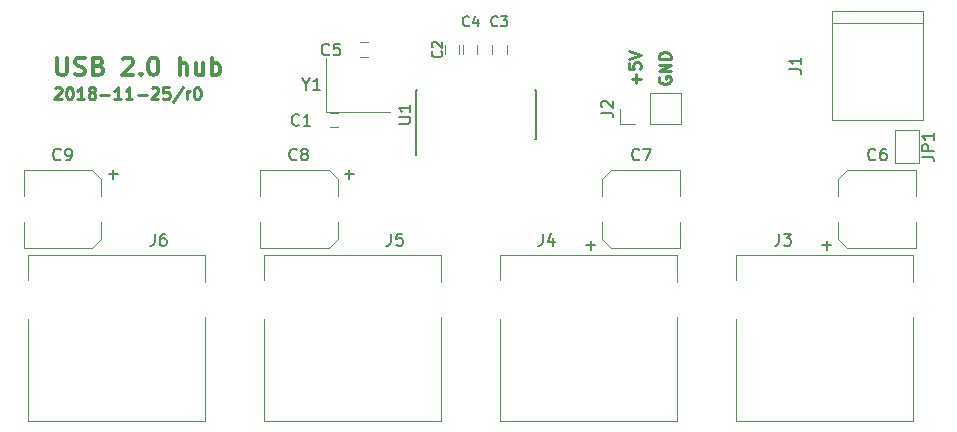
<source format=gbr>
G04 #@! TF.GenerationSoftware,KiCad,Pcbnew,(5.0.1-3-g963ef8bb5)*
G04 #@! TF.CreationDate,2018-11-25T15:23:06-05:00*
G04 #@! TF.ProjectId,usb-hub,7573622D6875622E6B696361645F7063,rev?*
G04 #@! TF.SameCoordinates,Original*
G04 #@! TF.FileFunction,Legend,Top*
G04 #@! TF.FilePolarity,Positive*
%FSLAX46Y46*%
G04 Gerber Fmt 4.6, Leading zero omitted, Abs format (unit mm)*
G04 Created by KiCad (PCBNEW (5.0.1-3-g963ef8bb5)) date Sunday, November 25, 2018 at 03:23:06 PM*
%MOMM*%
%LPD*%
G01*
G04 APERTURE LIST*
%ADD10C,0.250000*%
%ADD11C,0.300000*%
%ADD12C,0.120000*%
%ADD13C,0.150000*%
G04 APERTURE END LIST*
D10*
X24352976Y-21797619D02*
X24400595Y-21750000D01*
X24495833Y-21702380D01*
X24733928Y-21702380D01*
X24829166Y-21750000D01*
X24876785Y-21797619D01*
X24924404Y-21892857D01*
X24924404Y-21988095D01*
X24876785Y-22130952D01*
X24305357Y-22702380D01*
X24924404Y-22702380D01*
X25543452Y-21702380D02*
X25638690Y-21702380D01*
X25733928Y-21750000D01*
X25781547Y-21797619D01*
X25829166Y-21892857D01*
X25876785Y-22083333D01*
X25876785Y-22321428D01*
X25829166Y-22511904D01*
X25781547Y-22607142D01*
X25733928Y-22654761D01*
X25638690Y-22702380D01*
X25543452Y-22702380D01*
X25448214Y-22654761D01*
X25400595Y-22607142D01*
X25352976Y-22511904D01*
X25305357Y-22321428D01*
X25305357Y-22083333D01*
X25352976Y-21892857D01*
X25400595Y-21797619D01*
X25448214Y-21750000D01*
X25543452Y-21702380D01*
X26829166Y-22702380D02*
X26257738Y-22702380D01*
X26543452Y-22702380D02*
X26543452Y-21702380D01*
X26448214Y-21845238D01*
X26352976Y-21940476D01*
X26257738Y-21988095D01*
X27400595Y-22130952D02*
X27305357Y-22083333D01*
X27257738Y-22035714D01*
X27210119Y-21940476D01*
X27210119Y-21892857D01*
X27257738Y-21797619D01*
X27305357Y-21750000D01*
X27400595Y-21702380D01*
X27591071Y-21702380D01*
X27686309Y-21750000D01*
X27733928Y-21797619D01*
X27781547Y-21892857D01*
X27781547Y-21940476D01*
X27733928Y-22035714D01*
X27686309Y-22083333D01*
X27591071Y-22130952D01*
X27400595Y-22130952D01*
X27305357Y-22178571D01*
X27257738Y-22226190D01*
X27210119Y-22321428D01*
X27210119Y-22511904D01*
X27257738Y-22607142D01*
X27305357Y-22654761D01*
X27400595Y-22702380D01*
X27591071Y-22702380D01*
X27686309Y-22654761D01*
X27733928Y-22607142D01*
X27781547Y-22511904D01*
X27781547Y-22321428D01*
X27733928Y-22226190D01*
X27686309Y-22178571D01*
X27591071Y-22130952D01*
X28210119Y-22321428D02*
X28972023Y-22321428D01*
X29972023Y-22702380D02*
X29400595Y-22702380D01*
X29686309Y-22702380D02*
X29686309Y-21702380D01*
X29591071Y-21845238D01*
X29495833Y-21940476D01*
X29400595Y-21988095D01*
X30924404Y-22702380D02*
X30352976Y-22702380D01*
X30638690Y-22702380D02*
X30638690Y-21702380D01*
X30543452Y-21845238D01*
X30448214Y-21940476D01*
X30352976Y-21988095D01*
X31352976Y-22321428D02*
X32114880Y-22321428D01*
X32543452Y-21797619D02*
X32591071Y-21750000D01*
X32686309Y-21702380D01*
X32924404Y-21702380D01*
X33019642Y-21750000D01*
X33067261Y-21797619D01*
X33114880Y-21892857D01*
X33114880Y-21988095D01*
X33067261Y-22130952D01*
X32495833Y-22702380D01*
X33114880Y-22702380D01*
X34019642Y-21702380D02*
X33543452Y-21702380D01*
X33495833Y-22178571D01*
X33543452Y-22130952D01*
X33638690Y-22083333D01*
X33876785Y-22083333D01*
X33972023Y-22130952D01*
X34019642Y-22178571D01*
X34067261Y-22273809D01*
X34067261Y-22511904D01*
X34019642Y-22607142D01*
X33972023Y-22654761D01*
X33876785Y-22702380D01*
X33638690Y-22702380D01*
X33543452Y-22654761D01*
X33495833Y-22607142D01*
X35210119Y-21654761D02*
X34352976Y-22940476D01*
X35543452Y-22702380D02*
X35543452Y-22035714D01*
X35543452Y-22226190D02*
X35591071Y-22130952D01*
X35638690Y-22083333D01*
X35733928Y-22035714D01*
X35829166Y-22035714D01*
X36352976Y-21702380D02*
X36448214Y-21702380D01*
X36543452Y-21750000D01*
X36591071Y-21797619D01*
X36638690Y-21892857D01*
X36686309Y-22083333D01*
X36686309Y-22321428D01*
X36638690Y-22511904D01*
X36591071Y-22607142D01*
X36543452Y-22654761D01*
X36448214Y-22702380D01*
X36352976Y-22702380D01*
X36257738Y-22654761D01*
X36210119Y-22607142D01*
X36162500Y-22511904D01*
X36114880Y-22321428D01*
X36114880Y-22083333D01*
X36162500Y-21892857D01*
X36210119Y-21797619D01*
X36257738Y-21750000D01*
X36352976Y-21702380D01*
D11*
X24552142Y-19178571D02*
X24552142Y-20392857D01*
X24623571Y-20535714D01*
X24695000Y-20607142D01*
X24837857Y-20678571D01*
X25123571Y-20678571D01*
X25266428Y-20607142D01*
X25337857Y-20535714D01*
X25409285Y-20392857D01*
X25409285Y-19178571D01*
X26052142Y-20607142D02*
X26266428Y-20678571D01*
X26623571Y-20678571D01*
X26766428Y-20607142D01*
X26837857Y-20535714D01*
X26909285Y-20392857D01*
X26909285Y-20250000D01*
X26837857Y-20107142D01*
X26766428Y-20035714D01*
X26623571Y-19964285D01*
X26337857Y-19892857D01*
X26195000Y-19821428D01*
X26123571Y-19750000D01*
X26052142Y-19607142D01*
X26052142Y-19464285D01*
X26123571Y-19321428D01*
X26195000Y-19250000D01*
X26337857Y-19178571D01*
X26695000Y-19178571D01*
X26909285Y-19250000D01*
X28052142Y-19892857D02*
X28266428Y-19964285D01*
X28337857Y-20035714D01*
X28409285Y-20178571D01*
X28409285Y-20392857D01*
X28337857Y-20535714D01*
X28266428Y-20607142D01*
X28123571Y-20678571D01*
X27552142Y-20678571D01*
X27552142Y-19178571D01*
X28052142Y-19178571D01*
X28195000Y-19250000D01*
X28266428Y-19321428D01*
X28337857Y-19464285D01*
X28337857Y-19607142D01*
X28266428Y-19750000D01*
X28195000Y-19821428D01*
X28052142Y-19892857D01*
X27552142Y-19892857D01*
X30123571Y-19321428D02*
X30195000Y-19250000D01*
X30337857Y-19178571D01*
X30695000Y-19178571D01*
X30837857Y-19250000D01*
X30909285Y-19321428D01*
X30980714Y-19464285D01*
X30980714Y-19607142D01*
X30909285Y-19821428D01*
X30052142Y-20678571D01*
X30980714Y-20678571D01*
X31623571Y-20535714D02*
X31695000Y-20607142D01*
X31623571Y-20678571D01*
X31552142Y-20607142D01*
X31623571Y-20535714D01*
X31623571Y-20678571D01*
X32623571Y-19178571D02*
X32766428Y-19178571D01*
X32909285Y-19250000D01*
X32980714Y-19321428D01*
X33052142Y-19464285D01*
X33123571Y-19750000D01*
X33123571Y-20107142D01*
X33052142Y-20392857D01*
X32980714Y-20535714D01*
X32909285Y-20607142D01*
X32766428Y-20678571D01*
X32623571Y-20678571D01*
X32480714Y-20607142D01*
X32409285Y-20535714D01*
X32337857Y-20392857D01*
X32266428Y-20107142D01*
X32266428Y-19750000D01*
X32337857Y-19464285D01*
X32409285Y-19321428D01*
X32480714Y-19250000D01*
X32623571Y-19178571D01*
X34909285Y-20678571D02*
X34909285Y-19178571D01*
X35552142Y-20678571D02*
X35552142Y-19892857D01*
X35480714Y-19750000D01*
X35337857Y-19678571D01*
X35123571Y-19678571D01*
X34980714Y-19750000D01*
X34909285Y-19821428D01*
X36909285Y-19678571D02*
X36909285Y-20678571D01*
X36266428Y-19678571D02*
X36266428Y-20464285D01*
X36337857Y-20607142D01*
X36480714Y-20678571D01*
X36695000Y-20678571D01*
X36837857Y-20607142D01*
X36909285Y-20535714D01*
X37623571Y-20678571D02*
X37623571Y-19178571D01*
X37623571Y-19750000D02*
X37766428Y-19678571D01*
X38052142Y-19678571D01*
X38195000Y-19750000D01*
X38266428Y-19821428D01*
X38337857Y-19964285D01*
X38337857Y-20392857D01*
X38266428Y-20535714D01*
X38195000Y-20607142D01*
X38052142Y-20678571D01*
X37766428Y-20678571D01*
X37623571Y-20607142D01*
D10*
X75540000Y-20825595D02*
X75492380Y-20920833D01*
X75492380Y-21063690D01*
X75540000Y-21206547D01*
X75635238Y-21301785D01*
X75730476Y-21349404D01*
X75920952Y-21397023D01*
X76063809Y-21397023D01*
X76254285Y-21349404D01*
X76349523Y-21301785D01*
X76444761Y-21206547D01*
X76492380Y-21063690D01*
X76492380Y-20968452D01*
X76444761Y-20825595D01*
X76397142Y-20777976D01*
X76063809Y-20777976D01*
X76063809Y-20968452D01*
X76492380Y-20349404D02*
X75492380Y-20349404D01*
X76492380Y-19777976D01*
X75492380Y-19777976D01*
X76492380Y-19301785D02*
X75492380Y-19301785D01*
X75492380Y-19063690D01*
X75540000Y-18920833D01*
X75635238Y-18825595D01*
X75730476Y-18777976D01*
X75920952Y-18730357D01*
X76063809Y-18730357D01*
X76254285Y-18777976D01*
X76349523Y-18825595D01*
X76444761Y-18920833D01*
X76492380Y-19063690D01*
X76492380Y-19301785D01*
X73571428Y-21349404D02*
X73571428Y-20587500D01*
X73952380Y-20968452D02*
X73190476Y-20968452D01*
X72952380Y-19635119D02*
X72952380Y-20111309D01*
X73428571Y-20158928D01*
X73380952Y-20111309D01*
X73333333Y-20016071D01*
X73333333Y-19777976D01*
X73380952Y-19682738D01*
X73428571Y-19635119D01*
X73523809Y-19587500D01*
X73761904Y-19587500D01*
X73857142Y-19635119D01*
X73904761Y-19682738D01*
X73952380Y-19777976D01*
X73952380Y-20016071D01*
X73904761Y-20111309D01*
X73857142Y-20158928D01*
X72952380Y-19301785D02*
X73952380Y-18968452D01*
X72952380Y-18635119D01*
D12*
G04 #@! TO.C,C1*
X47650000Y-23900000D02*
X48350000Y-23900000D01*
X48350000Y-25100000D02*
X47650000Y-25100000D01*
G04 #@! TO.C,C2*
X58600000Y-18150000D02*
X58600000Y-18850000D01*
X57400000Y-18850000D02*
X57400000Y-18150000D01*
G04 #@! TO.C,C3*
X62600000Y-18150000D02*
X62600000Y-18850000D01*
X61400000Y-18850000D02*
X61400000Y-18150000D01*
G04 #@! TO.C,C4*
X58900000Y-18850000D02*
X58900000Y-18150000D01*
X60100000Y-18150000D02*
X60100000Y-18850000D01*
G04 #@! TO.C,C5*
X50850000Y-19100000D02*
X50150000Y-19100000D01*
X50150000Y-17900000D02*
X50850000Y-17900000D01*
G04 #@! TO.C,C6*
X97300000Y-35300000D02*
X97300000Y-33120000D01*
X97300000Y-28700000D02*
X97300000Y-30880000D01*
X90700000Y-34540000D02*
X90700000Y-33120000D01*
X90700000Y-29460000D02*
X90700000Y-30880000D01*
X97300000Y-35300000D02*
X91460000Y-35300000D01*
X91460000Y-35300000D02*
X90700000Y-34540000D01*
X90700000Y-29460000D02*
X91460000Y-28700000D01*
X91460000Y-28700000D02*
X97300000Y-28700000D01*
G04 #@! TO.C,C7*
X71460000Y-28700000D02*
X77300000Y-28700000D01*
X70700000Y-29460000D02*
X71460000Y-28700000D01*
X71460000Y-35300000D02*
X70700000Y-34540000D01*
X77300000Y-35300000D02*
X71460000Y-35300000D01*
X70700000Y-29460000D02*
X70700000Y-30880000D01*
X70700000Y-34540000D02*
X70700000Y-33120000D01*
X77300000Y-28700000D02*
X77300000Y-30880000D01*
X77300000Y-35300000D02*
X77300000Y-33120000D01*
G04 #@! TO.C,C8*
X47540000Y-35300000D02*
X41700000Y-35300000D01*
X48300000Y-34540000D02*
X47540000Y-35300000D01*
X47540000Y-28700000D02*
X48300000Y-29460000D01*
X41700000Y-28700000D02*
X47540000Y-28700000D01*
X48300000Y-34540000D02*
X48300000Y-33120000D01*
X48300000Y-29460000D02*
X48300000Y-30880000D01*
X41700000Y-35300000D02*
X41700000Y-33120000D01*
X41700000Y-28700000D02*
X41700000Y-30880000D01*
G04 #@! TO.C,C9*
X21700000Y-28700000D02*
X21700000Y-30880000D01*
X21700000Y-35300000D02*
X21700000Y-33120000D01*
X28300000Y-29460000D02*
X28300000Y-30880000D01*
X28300000Y-34540000D02*
X28300000Y-33120000D01*
X21700000Y-28700000D02*
X27540000Y-28700000D01*
X27540000Y-28700000D02*
X28300000Y-29460000D01*
X28300000Y-34540000D02*
X27540000Y-35300000D01*
X27540000Y-35300000D02*
X21700000Y-35300000D01*
G04 #@! TO.C,J1*
X97850000Y-24450000D02*
X97850000Y-15250000D01*
X90150000Y-24450000D02*
X97850000Y-24450000D01*
X90150000Y-15250000D02*
X90150000Y-24450000D01*
X97850000Y-15250000D02*
X90150000Y-15250000D01*
X97850000Y-16250000D02*
X90150000Y-16250000D01*
G04 #@! TO.C,J2*
X72170000Y-24830000D02*
X72170000Y-23500000D01*
X73500000Y-24830000D02*
X72170000Y-24830000D01*
X74770000Y-24830000D02*
X74770000Y-22170000D01*
X74770000Y-22170000D02*
X77370000Y-22170000D01*
X74770000Y-24830000D02*
X77370000Y-24830000D01*
X77370000Y-24830000D02*
X77370000Y-22170000D01*
G04 #@! TO.C,J3*
X82060000Y-41350000D02*
X82060000Y-49950000D01*
X97050000Y-41150000D02*
X97050000Y-49950000D01*
X97050000Y-49950000D02*
X82060000Y-49950000D01*
X97050000Y-35860000D02*
X82060000Y-35860000D01*
X82060000Y-35860000D02*
X82060000Y-37980000D01*
X97050000Y-35860000D02*
X97050000Y-38190000D01*
G04 #@! TO.C,J4*
X77050000Y-35860000D02*
X77050000Y-38190000D01*
X62060000Y-35860000D02*
X62060000Y-37980000D01*
X77050000Y-35860000D02*
X62060000Y-35860000D01*
X77050000Y-49950000D02*
X62060000Y-49950000D01*
X77050000Y-41150000D02*
X77050000Y-49950000D01*
X62060000Y-41350000D02*
X62060000Y-49950000D01*
G04 #@! TO.C,J5*
X57050000Y-35860000D02*
X57050000Y-38190000D01*
X42060000Y-35860000D02*
X42060000Y-37980000D01*
X57050000Y-35860000D02*
X42060000Y-35860000D01*
X57050000Y-49950000D02*
X42060000Y-49950000D01*
X57050000Y-41150000D02*
X57050000Y-49950000D01*
X42060000Y-41350000D02*
X42060000Y-49950000D01*
G04 #@! TO.C,J6*
X22060000Y-41350000D02*
X22060000Y-49950000D01*
X37050000Y-41150000D02*
X37050000Y-49950000D01*
X37050000Y-49950000D02*
X22060000Y-49950000D01*
X37050000Y-35860000D02*
X22060000Y-35860000D01*
X22060000Y-35860000D02*
X22060000Y-37980000D01*
X37050000Y-35860000D02*
X37050000Y-38190000D01*
G04 #@! TO.C,JP1*
X95500000Y-25325000D02*
X97500000Y-25325000D01*
X95500000Y-28125000D02*
X95500000Y-25325000D01*
X97500000Y-28125000D02*
X95500000Y-28125000D01*
X97500000Y-25325000D02*
X97500000Y-28125000D01*
D13*
G04 #@! TO.C,U1*
X54950000Y-26075000D02*
X54950000Y-27450000D01*
X65075000Y-26075000D02*
X65075000Y-21925000D01*
X54925000Y-26075000D02*
X54925000Y-21925000D01*
X65075000Y-26075000D02*
X64970000Y-26075000D01*
X65075000Y-21925000D02*
X64970000Y-21925000D01*
X54925000Y-21925000D02*
X55030000Y-21925000D01*
X54925000Y-26075000D02*
X54950000Y-26075000D01*
D12*
G04 #@! TO.C,Y1*
X47300000Y-19250000D02*
X47300000Y-23750000D01*
X47300000Y-23750000D02*
X52700000Y-23750000D01*
G04 #@! TO.C,C1*
D13*
X45045333Y-24868142D02*
X44997714Y-24915761D01*
X44854857Y-24963380D01*
X44759619Y-24963380D01*
X44616761Y-24915761D01*
X44521523Y-24820523D01*
X44473904Y-24725285D01*
X44426285Y-24534809D01*
X44426285Y-24391952D01*
X44473904Y-24201476D01*
X44521523Y-24106238D01*
X44616761Y-24011000D01*
X44759619Y-23963380D01*
X44854857Y-23963380D01*
X44997714Y-24011000D01*
X45045333Y-24058619D01*
X45997714Y-24963380D02*
X45426285Y-24963380D01*
X45712000Y-24963380D02*
X45712000Y-23963380D01*
X45616761Y-24106238D01*
X45521523Y-24201476D01*
X45426285Y-24249095D01*
G04 #@! TO.C,C2*
X57053571Y-18641666D02*
X57094047Y-18682142D01*
X57134523Y-18803571D01*
X57134523Y-18884523D01*
X57094047Y-19005952D01*
X57013095Y-19086904D01*
X56932142Y-19127380D01*
X56770238Y-19167857D01*
X56648809Y-19167857D01*
X56486904Y-19127380D01*
X56405952Y-19086904D01*
X56325000Y-19005952D01*
X56284523Y-18884523D01*
X56284523Y-18803571D01*
X56325000Y-18682142D01*
X56365476Y-18641666D01*
X56365476Y-18317857D02*
X56325000Y-18277380D01*
X56284523Y-18196428D01*
X56284523Y-17994047D01*
X56325000Y-17913095D01*
X56365476Y-17872619D01*
X56446428Y-17832142D01*
X56527380Y-17832142D01*
X56648809Y-17872619D01*
X57134523Y-18358333D01*
X57134523Y-17832142D01*
G04 #@! TO.C,C3*
X61834333Y-16432571D02*
X61793857Y-16473047D01*
X61672428Y-16513523D01*
X61591476Y-16513523D01*
X61470047Y-16473047D01*
X61389095Y-16392095D01*
X61348619Y-16311142D01*
X61308142Y-16149238D01*
X61308142Y-16027809D01*
X61348619Y-15865904D01*
X61389095Y-15784952D01*
X61470047Y-15704000D01*
X61591476Y-15663523D01*
X61672428Y-15663523D01*
X61793857Y-15704000D01*
X61834333Y-15744476D01*
X62117666Y-15663523D02*
X62643857Y-15663523D01*
X62360523Y-15987333D01*
X62481952Y-15987333D01*
X62562904Y-16027809D01*
X62603380Y-16068285D01*
X62643857Y-16149238D01*
X62643857Y-16351619D01*
X62603380Y-16432571D01*
X62562904Y-16473047D01*
X62481952Y-16513523D01*
X62239095Y-16513523D01*
X62158142Y-16473047D01*
X62117666Y-16432571D01*
G04 #@! TO.C,C4*
X59421333Y-16432571D02*
X59380857Y-16473047D01*
X59259428Y-16513523D01*
X59178476Y-16513523D01*
X59057047Y-16473047D01*
X58976095Y-16392095D01*
X58935619Y-16311142D01*
X58895142Y-16149238D01*
X58895142Y-16027809D01*
X58935619Y-15865904D01*
X58976095Y-15784952D01*
X59057047Y-15704000D01*
X59178476Y-15663523D01*
X59259428Y-15663523D01*
X59380857Y-15704000D01*
X59421333Y-15744476D01*
X60149904Y-15946857D02*
X60149904Y-16513523D01*
X59947523Y-15623047D02*
X59745142Y-16230190D01*
X60271333Y-16230190D01*
G04 #@! TO.C,C5*
X47585333Y-18899142D02*
X47537714Y-18946761D01*
X47394857Y-18994380D01*
X47299619Y-18994380D01*
X47156761Y-18946761D01*
X47061523Y-18851523D01*
X47013904Y-18756285D01*
X46966285Y-18565809D01*
X46966285Y-18422952D01*
X47013904Y-18232476D01*
X47061523Y-18137238D01*
X47156761Y-18042000D01*
X47299619Y-17994380D01*
X47394857Y-17994380D01*
X47537714Y-18042000D01*
X47585333Y-18089619D01*
X48490095Y-17994380D02*
X48013904Y-17994380D01*
X47966285Y-18470571D01*
X48013904Y-18422952D01*
X48109142Y-18375333D01*
X48347238Y-18375333D01*
X48442476Y-18422952D01*
X48490095Y-18470571D01*
X48537714Y-18565809D01*
X48537714Y-18803904D01*
X48490095Y-18899142D01*
X48442476Y-18946761D01*
X48347238Y-18994380D01*
X48109142Y-18994380D01*
X48013904Y-18946761D01*
X47966285Y-18899142D01*
G04 #@! TO.C,C6*
X93833333Y-27797142D02*
X93785714Y-27844761D01*
X93642857Y-27892380D01*
X93547619Y-27892380D01*
X93404761Y-27844761D01*
X93309523Y-27749523D01*
X93261904Y-27654285D01*
X93214285Y-27463809D01*
X93214285Y-27320952D01*
X93261904Y-27130476D01*
X93309523Y-27035238D01*
X93404761Y-26940000D01*
X93547619Y-26892380D01*
X93642857Y-26892380D01*
X93785714Y-26940000D01*
X93833333Y-26987619D01*
X94690476Y-26892380D02*
X94500000Y-26892380D01*
X94404761Y-26940000D01*
X94357142Y-26987619D01*
X94261904Y-27130476D01*
X94214285Y-27320952D01*
X94214285Y-27701904D01*
X94261904Y-27797142D01*
X94309523Y-27844761D01*
X94404761Y-27892380D01*
X94595238Y-27892380D01*
X94690476Y-27844761D01*
X94738095Y-27797142D01*
X94785714Y-27701904D01*
X94785714Y-27463809D01*
X94738095Y-27368571D01*
X94690476Y-27320952D01*
X94595238Y-27273333D01*
X94404761Y-27273333D01*
X94309523Y-27320952D01*
X94261904Y-27368571D01*
X94214285Y-27463809D01*
X89339047Y-35081428D02*
X90100952Y-35081428D01*
X89720000Y-35462380D02*
X89720000Y-34700476D01*
G04 #@! TO.C,C7*
X73833333Y-27797142D02*
X73785714Y-27844761D01*
X73642857Y-27892380D01*
X73547619Y-27892380D01*
X73404761Y-27844761D01*
X73309523Y-27749523D01*
X73261904Y-27654285D01*
X73214285Y-27463809D01*
X73214285Y-27320952D01*
X73261904Y-27130476D01*
X73309523Y-27035238D01*
X73404761Y-26940000D01*
X73547619Y-26892380D01*
X73642857Y-26892380D01*
X73785714Y-26940000D01*
X73833333Y-26987619D01*
X74166666Y-26892380D02*
X74833333Y-26892380D01*
X74404761Y-27892380D01*
X69339047Y-35081428D02*
X70100952Y-35081428D01*
X69720000Y-35462380D02*
X69720000Y-34700476D01*
G04 #@! TO.C,C8*
X44833333Y-27797142D02*
X44785714Y-27844761D01*
X44642857Y-27892380D01*
X44547619Y-27892380D01*
X44404761Y-27844761D01*
X44309523Y-27749523D01*
X44261904Y-27654285D01*
X44214285Y-27463809D01*
X44214285Y-27320952D01*
X44261904Y-27130476D01*
X44309523Y-27035238D01*
X44404761Y-26940000D01*
X44547619Y-26892380D01*
X44642857Y-26892380D01*
X44785714Y-26940000D01*
X44833333Y-26987619D01*
X45404761Y-27320952D02*
X45309523Y-27273333D01*
X45261904Y-27225714D01*
X45214285Y-27130476D01*
X45214285Y-27082857D01*
X45261904Y-26987619D01*
X45309523Y-26940000D01*
X45404761Y-26892380D01*
X45595238Y-26892380D01*
X45690476Y-26940000D01*
X45738095Y-26987619D01*
X45785714Y-27082857D01*
X45785714Y-27130476D01*
X45738095Y-27225714D01*
X45690476Y-27273333D01*
X45595238Y-27320952D01*
X45404761Y-27320952D01*
X45309523Y-27368571D01*
X45261904Y-27416190D01*
X45214285Y-27511428D01*
X45214285Y-27701904D01*
X45261904Y-27797142D01*
X45309523Y-27844761D01*
X45404761Y-27892380D01*
X45595238Y-27892380D01*
X45690476Y-27844761D01*
X45738095Y-27797142D01*
X45785714Y-27701904D01*
X45785714Y-27511428D01*
X45738095Y-27416190D01*
X45690476Y-27368571D01*
X45595238Y-27320952D01*
X48899047Y-29061428D02*
X49660952Y-29061428D01*
X49280000Y-29442380D02*
X49280000Y-28680476D01*
G04 #@! TO.C,C9*
X24833333Y-27797142D02*
X24785714Y-27844761D01*
X24642857Y-27892380D01*
X24547619Y-27892380D01*
X24404761Y-27844761D01*
X24309523Y-27749523D01*
X24261904Y-27654285D01*
X24214285Y-27463809D01*
X24214285Y-27320952D01*
X24261904Y-27130476D01*
X24309523Y-27035238D01*
X24404761Y-26940000D01*
X24547619Y-26892380D01*
X24642857Y-26892380D01*
X24785714Y-26940000D01*
X24833333Y-26987619D01*
X25309523Y-27892380D02*
X25500000Y-27892380D01*
X25595238Y-27844761D01*
X25642857Y-27797142D01*
X25738095Y-27654285D01*
X25785714Y-27463809D01*
X25785714Y-27082857D01*
X25738095Y-26987619D01*
X25690476Y-26940000D01*
X25595238Y-26892380D01*
X25404761Y-26892380D01*
X25309523Y-26940000D01*
X25261904Y-26987619D01*
X25214285Y-27082857D01*
X25214285Y-27320952D01*
X25261904Y-27416190D01*
X25309523Y-27463809D01*
X25404761Y-27511428D01*
X25595238Y-27511428D01*
X25690476Y-27463809D01*
X25738095Y-27416190D01*
X25785714Y-27320952D01*
X28899047Y-29061428D02*
X29660952Y-29061428D01*
X29280000Y-29442380D02*
X29280000Y-28680476D01*
G04 #@! TO.C,J1*
X86552380Y-20183333D02*
X87266666Y-20183333D01*
X87409523Y-20230952D01*
X87504761Y-20326190D01*
X87552380Y-20469047D01*
X87552380Y-20564285D01*
X87552380Y-19183333D02*
X87552380Y-19754761D01*
X87552380Y-19469047D02*
X86552380Y-19469047D01*
X86695238Y-19564285D01*
X86790476Y-19659523D01*
X86838095Y-19754761D01*
G04 #@! TO.C,J2*
X70622380Y-23833333D02*
X71336666Y-23833333D01*
X71479523Y-23880952D01*
X71574761Y-23976190D01*
X71622380Y-24119047D01*
X71622380Y-24214285D01*
X70717619Y-23404761D02*
X70670000Y-23357142D01*
X70622380Y-23261904D01*
X70622380Y-23023809D01*
X70670000Y-22928571D01*
X70717619Y-22880952D01*
X70812857Y-22833333D01*
X70908095Y-22833333D01*
X71050952Y-22880952D01*
X71622380Y-23452380D01*
X71622380Y-22833333D01*
G04 #@! TO.C,J3*
X85666666Y-34102380D02*
X85666666Y-34816666D01*
X85619047Y-34959523D01*
X85523809Y-35054761D01*
X85380952Y-35102380D01*
X85285714Y-35102380D01*
X86047619Y-34102380D02*
X86666666Y-34102380D01*
X86333333Y-34483333D01*
X86476190Y-34483333D01*
X86571428Y-34530952D01*
X86619047Y-34578571D01*
X86666666Y-34673809D01*
X86666666Y-34911904D01*
X86619047Y-35007142D01*
X86571428Y-35054761D01*
X86476190Y-35102380D01*
X86190476Y-35102380D01*
X86095238Y-35054761D01*
X86047619Y-35007142D01*
G04 #@! TO.C,J4*
X65666666Y-34102380D02*
X65666666Y-34816666D01*
X65619047Y-34959523D01*
X65523809Y-35054761D01*
X65380952Y-35102380D01*
X65285714Y-35102380D01*
X66571428Y-34435714D02*
X66571428Y-35102380D01*
X66333333Y-34054761D02*
X66095238Y-34769047D01*
X66714285Y-34769047D01*
G04 #@! TO.C,J5*
X52813666Y-34102380D02*
X52813666Y-34816666D01*
X52766047Y-34959523D01*
X52670809Y-35054761D01*
X52527952Y-35102380D01*
X52432714Y-35102380D01*
X53766047Y-34102380D02*
X53289857Y-34102380D01*
X53242238Y-34578571D01*
X53289857Y-34530952D01*
X53385095Y-34483333D01*
X53623190Y-34483333D01*
X53718428Y-34530952D01*
X53766047Y-34578571D01*
X53813666Y-34673809D01*
X53813666Y-34911904D01*
X53766047Y-35007142D01*
X53718428Y-35054761D01*
X53623190Y-35102380D01*
X53385095Y-35102380D01*
X53289857Y-35054761D01*
X53242238Y-35007142D01*
G04 #@! TO.C,J6*
X32813666Y-34102380D02*
X32813666Y-34816666D01*
X32766047Y-34959523D01*
X32670809Y-35054761D01*
X32527952Y-35102380D01*
X32432714Y-35102380D01*
X33718428Y-34102380D02*
X33527952Y-34102380D01*
X33432714Y-34150000D01*
X33385095Y-34197619D01*
X33289857Y-34340476D01*
X33242238Y-34530952D01*
X33242238Y-34911904D01*
X33289857Y-35007142D01*
X33337476Y-35054761D01*
X33432714Y-35102380D01*
X33623190Y-35102380D01*
X33718428Y-35054761D01*
X33766047Y-35007142D01*
X33813666Y-34911904D01*
X33813666Y-34673809D01*
X33766047Y-34578571D01*
X33718428Y-34530952D01*
X33623190Y-34483333D01*
X33432714Y-34483333D01*
X33337476Y-34530952D01*
X33289857Y-34578571D01*
X33242238Y-34673809D01*
G04 #@! TO.C,JP1*
X97752380Y-27558333D02*
X98466666Y-27558333D01*
X98609523Y-27605952D01*
X98704761Y-27701190D01*
X98752380Y-27844047D01*
X98752380Y-27939285D01*
X98752380Y-27082142D02*
X97752380Y-27082142D01*
X97752380Y-26701190D01*
X97800000Y-26605952D01*
X97847619Y-26558333D01*
X97942857Y-26510714D01*
X98085714Y-26510714D01*
X98180952Y-26558333D01*
X98228571Y-26605952D01*
X98276190Y-26701190D01*
X98276190Y-27082142D01*
X98752380Y-25558333D02*
X98752380Y-26129761D01*
X98752380Y-25844047D02*
X97752380Y-25844047D01*
X97895238Y-25939285D01*
X97990476Y-26034523D01*
X98038095Y-26129761D01*
G04 #@! TO.C,U1*
X53452380Y-24761904D02*
X54261904Y-24761904D01*
X54357142Y-24714285D01*
X54404761Y-24666666D01*
X54452380Y-24571428D01*
X54452380Y-24380952D01*
X54404761Y-24285714D01*
X54357142Y-24238095D01*
X54261904Y-24190476D01*
X53452380Y-24190476D01*
X54452380Y-23190476D02*
X54452380Y-23761904D01*
X54452380Y-23476190D02*
X53452380Y-23476190D01*
X53595238Y-23571428D01*
X53690476Y-23666666D01*
X53738095Y-23761904D01*
G04 #@! TO.C,Y1*
X45624809Y-21439190D02*
X45624809Y-21915380D01*
X45291476Y-20915380D02*
X45624809Y-21439190D01*
X45958142Y-20915380D01*
X46815285Y-21915380D02*
X46243857Y-21915380D01*
X46529571Y-21915380D02*
X46529571Y-20915380D01*
X46434333Y-21058238D01*
X46339095Y-21153476D01*
X46243857Y-21201095D01*
G04 #@! TD*
M02*

</source>
